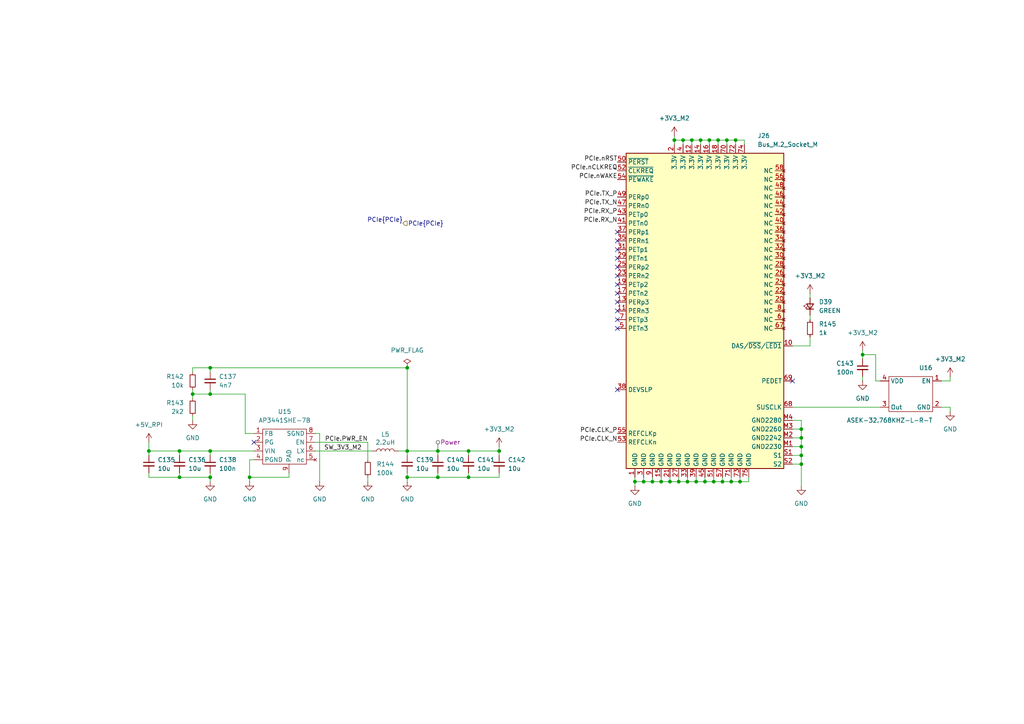
<source format=kicad_sch>
(kicad_sch (version 20250114) (generator "eeschema") (generator_version "9.0")
  (paper "A4")
  (lib_symbols
    (symbol "CM5IO:AP3441SHE-7B"
      (property "Reference" "U" (at -6.35 10.16 0))
      (property "Value" "AP3441SHE-7B" (at 0 7.62 0))
      (symbol "AP3441SHE-7B_0_1"
        (rectangle (start -6.35 6.35) (end 6.35 -3.81))
      )
      (symbol "AP3441SHE-7B_1_1"
        (pin passive line (at -8.89 5.08 0) (length 2.54) (name "FB") (number "1"))
        (pin open_collector line (at -8.89 2.54 0) (length 2.54) (name "PG") (number "2"))
        (pin power_in line (at -8.89 0 0) (length 2.54) (name "VIN") (number "3"))
        (pin power_in line (at -8.89 -2.54 0) (length 2.54) (name "PGND") (number "4"))
        (pin input line (at 1.27 -6.35 90) (length 2.54) (name "PAD") (number "9"))
        (pin power_in line (at 8.89 5.08 180) (length 2.54) (name "SGND") (number "8"))
        (pin input line (at 8.89 2.54 180) (length 2.54) (name "EN") (number "7"))
        (pin power_out line (at 8.89 0 180) (length 2.54) (name "LX") (number "6"))
        (pin no_connect line (at 8.89 -2.54 180) (length 2.54) (name "nc") (number "5"))
      )
    )
    (symbol "CM5IO:ASEK-32.768KHZ-L-R-T"
      (property "Reference" "U" (at -5.08 6.35 0))
      (property "Value" "ASEK-32.768KHZ-L-R-T" (at 0 -6.35 0))
      (symbol "ASEK-32.768KHZ-L-R-T_0_1"
        (rectangle (start -6.35 5.08) (end 6.35 -5.08))
      )
      (symbol "ASEK-32.768KHZ-L-R-T_1_1"
        (pin input line (at -8.89 3.81 0) (length 2.54) (name "EN") (number "1"))
        (pin power_in line (at -8.89 -3.81 0) (length 2.54) (name "GND") (number "2"))
        (pin power_in line (at 8.89 3.81 180) (length 2.54) (name "VDD") (number "4"))
        (pin output line (at 8.89 -3.81 180) (length 2.54) (name "Out") (number "3"))
      )
    )
    (symbol "CM5IO:Bus_M.2_Socket_M"
      (property "Reference" "J" (at -22.86 46.99 0))
      (property "Value" "Bus_M.2_Socket_M" (at 30.988 46.99 0))
      (symbol "Bus_M.2_Socket_M_0_1"
        (rectangle (start -22.86 45.72) (end 22.86 -45.72) (stroke (width 0.254)) (fill (type background)))
      )
      (symbol "Bus_M.2_Socket_M_1_1"
        (pin input line (at -25.4 43.18 0) (length 2.54) (name "~{PERST}") (number "50"))
        (pin bidirectional line (at -25.4 40.64 0) (length 2.54) (name "~{CLKREQ}") (number "52"))
        (pin bidirectional line (at -25.4 38.1 0) (length 2.54) (name "~{PEWAKE}") (number "54"))
        (pin input line (at -25.4 33.02 0) (length 2.54) (name "PERp0") (number "49"))
        (pin input line (at -25.4 30.48 0) (length 2.54) (name "PERn0") (number "47"))
        (pin output line (at -25.4 27.94 0) (length 2.54) (name "PETp0") (number "43"))
        (pin output line (at -25.4 25.4 0) (length 2.54) (name "PETn0") (number "41"))
        (pin input line (at -25.4 22.86 0) (length 2.54) (name "PERp1") (number "37"))
        (pin input line (at -25.4 20.32 0) (length 2.54) (name "PERn1") (number "35"))
        (pin output line (at -25.4 17.78 0) (length 2.54) (name "PETp1") (number "31"))
        (pin output line (at -25.4 15.24 0) (length 2.54) (name "PETn1") (number "29"))
        (pin input line (at -25.4 12.7 0) (length 2.54) (name "PERp2") (number "25"))
        (pin input line (at -25.4 10.16 0) (length 2.54) (name "PERn2") (number "23"))
        (pin output line (at -25.4 7.62 0) (length 2.54) (name "PETp2") (number "19"))
        (pin output line (at -25.4 5.08 0) (length 2.54) (name "PETn2") (number "17"))
        (pin input line (at -25.4 2.54 0) (length 2.54) (name "PERp3") (number "13"))
        (pin input line (at -25.4 0 0) (length 2.54) (name "PERn3") (number "11"))
        (pin output line (at -25.4 -2.54 0) (length 2.54) (name "PETp3") (number "7"))
        (pin output line (at -25.4 -5.08 0) (length 2.54) (name "PETn3") (number "5"))
        (pin input line (at -25.4 -22.86 0) (length 2.54) (name "DEVSLP") (number "38"))
        (pin input line (at -25.4 -35.56 0) (length 2.54) (name "REFCLKp") (number "55"))
        (pin input line (at -25.4 -38.1 0) (length 2.54) (name "REFCLKn") (number "53"))
        (pin power_in line (at -20.32 -48.26 90) (length 2.54) (name "GND") (number "1"))
        (pin power_in line (at -17.78 -48.26 90) (length 2.54) (name "GND") (number "3"))
        (pin power_in line (at -15.24 -48.26 90) (length 2.54) (name "GND") (number "9"))
        (pin power_in line (at -12.7 -48.26 90) (length 2.54) (name "GND") (number "15"))
        (pin power_in line (at -10.16 -48.26 90) (length 2.54) (name "GND") (number "21"))
        (pin power_in line (at -8.89 48.26 270) (length 2.54) (name "3.3V") (number "2"))
        (pin power_in line (at -7.62 -48.26 90) (length 2.54) (name "GND") (number "27"))
        (pin power_in line (at -6.35 48.26 270) (length 2.54) (name "3.3V") (number "4"))
        (pin power_in line (at -5.08 -48.26 90) (length 2.54) (name "GND") (number "33"))
        (pin power_in line (at -3.81 48.26 270) (length 2.54) (name "3.3V") (number "12"))
        (pin power_in line (at -2.54 -48.26 90) (length 2.54) (name "GND") (number "39"))
        (pin power_in line (at -1.27 48.26 270) (length 2.54) (name "3.3V") (number "14"))
        (pin power_in line (at 0 -48.26 90) (length 2.54) (name "GND") (number "45"))
        (pin power_in line (at 1.27 48.26 270) (length 2.54) (name "3.3V") (number "16"))
        (pin power_in line (at 2.54 -48.26 90) (length 2.54) (name "GND") (number "51"))
        (pin power_in line (at 3.81 48.26 270) (length 2.54) (name "3.3V") (number "18"))
        (pin power_in line (at 5.08 -48.26 90) (length 2.54) (name "GND") (number "57"))
        (pin power_in line (at 6.35 48.26 270) (length 2.54) (name "3.3V") (number "70"))
        (pin power_in line (at 7.62 -48.26 90) (length 2.54) (name "GND") (number "71"))
        (pin power_in line (at 8.89 48.26 270) (length 2.54) (name "3.3V") (number "72"))
        (pin power_in line (at 10.16 -48.26 90) (length 2.54) (name "GND") (number "73"))
        (pin power_in line (at 11.43 48.26 270) (length 2.54) (name "3.3V") (number "74"))
        (pin power_in line (at 12.7 -48.26 90) (length 2.54) (name "GND") (number "75"))
        (pin no_connect line (at 22.86 40.64 180) (length 2.54) (name "NC") (number "58"))
        (pin no_connect line (at 22.86 38.1 180) (length 2.54) (name "NC") (number "56"))
        (pin no_connect line (at 22.86 35.56 180) (length 2.54) (name "NC") (number "48"))
        (pin no_connect line (at 22.86 33.02 180) (length 2.54) (name "NC") (number "46"))
        (pin no_connect line (at 22.86 30.48 180) (length 2.54) (name "NC") (number "44"))
        (pin no_connect line (at 22.86 27.94 180) (length 2.54) (name "NC") (number "42"))
        (pin no_connect line (at 22.86 25.4 180) (length 2.54) (name "NC") (number "40"))
        (pin no_connect line (at 22.86 22.86 180) (length 2.54) (name "NC") (number "36"))
        (pin no_connect line (at 22.86 20.32 180) (length 2.54) (name "NC") (number "34"))
        (pin no_connect line (at 22.86 17.78 180) (length 2.54) (name "NC") (number "32"))
        (pin no_connect line (at 22.86 15.24 180) (length 2.54) (name "NC") (number "30"))
        (pin no_connect line (at 22.86 12.7 180) (length 2.54) (name "NC") (number "28"))
        (pin no_connect line (at 22.86 10.16 180) (length 2.54) (name "NC") (number "26"))
        (pin no_connect line (at 22.86 7.62 180) (length 2.54) (name "NC") (number "24"))
        (pin no_connect line (at 22.86 5.08 180) (length 2.54) (name "NC") (number "22"))
        (pin no_connect line (at 22.86 2.54 180) (length 2.54) (name "NC") (number "20"))
        (pin no_connect line (at 22.86 0 180) (length 2.54) (name "NC") (number "8"))
        (pin no_connect line (at 22.86 -2.54 180) (length 2.54) (name "NC") (number "6"))
        (pin no_connect line (at 22.86 -5.08 180) (length 2.54) (name "NC") (number "67"))
        (pin bidirectional line (at 25.4 -10.16 180) (length 2.54) (name "DAS/~{DSS}/~{LED1}") (number "10"))
        (pin passive line (at 25.4 -20.32 180) (length 2.54) (name "PEDET") (number "69"))
        (pin input line (at 25.4 -27.94 180) (length 2.54) (name "SUSCLK") (number "68"))
        (pin passive line (at 25.4 -31.75 180) (length 2.54) (name "GND2280") (number "M4"))
        (pin passive line (at 25.4 -34.29 180) (length 2.54) (name "GND2260") (number "M3"))
        (pin passive line (at 25.4 -36.83 180) (length 2.54) (name "GND2242") (number "M2"))
        (pin passive line (at 25.4 -39.37 180) (length 2.54) (name "GND2230") (number "M1"))
        (pin passive line (at 25.4 -41.91 180) (length 2.54) (name "S1") (number "S1"))
        (pin passive line (at 25.4 -44.45 180) (length 2.54) (name "S2") (number "S2"))
      )
    )
    (symbol "Device:C_Small" (pin_numbers (hide yes)) (pin_names (offset 0.254) (hide yes))
      (property "Reference" "C" (at 0.254 1.778 0))
      (property "Value" "C_Small" (at 0.254 -2.032 0))
      (symbol "C_Small_0_1"
        (polyline (pts (xy -1.524 0.508) (xy 1.524 0.508)) (stroke (width 0.3048)))
        (polyline (pts (xy -1.524 -0.508) (xy 1.524 -0.508)) (stroke (width 0.3302)))
      )
      (symbol "C_Small_1_1"
        (pin passive line (at 0 2.54 270) (length 2.032) (name "~") (number "1"))
        (pin passive line (at 0 -2.54 90) (length 2.032) (name "~") (number "2"))
      )
    )
    (symbol "Device:L" (pin_numbers (hide yes)) (pin_names (offset 1.016) (hide yes))
      (property "Reference" "L" (at -1.27 0 90))
      (property "Value" "L" (at 1.905 0 90))
      (symbol "L_0_1"
        (arc (start 0 2.54) (mid 0.6323 1.905) (end 0 1.27))
        (arc (start 0 1.27) (mid 0.6323 0.635) (end 0 0))
        (arc (start 0 0) (mid 0.6323 -0.635) (end 0 -1.27))
        (arc (start 0 -1.27) (mid 0.6323 -1.905) (end 0 -2.54))
      )
      (symbol "L_1_1"
        (pin passive line (at 0 3.81 270) (length 1.27) (name "1") (number "1"))
        (pin passive line (at 0 -3.81 90) (length 1.27) (name "2") (number "2"))
      )
    )
    (symbol "Device:R_Small" (pin_numbers (hide yes)) (pin_names (offset 0.254) (hide yes))
      (property "Reference" "R" (at 0 0 90))
      (property "Value" "R_Small" (at 1.778 0 90))
      (symbol "R_Small_0_1"
        (rectangle (start -0.762 1.778) (end 0.762 -1.778) (stroke (width 0.2032)))
      )
      (symbol "R_Small_1_1"
        (pin passive line (at 0 2.54 270) (length 0.762) (name "~") (number "1"))
        (pin passive line (at 0 -2.54 90) (length 0.762) (name "~") (number "2"))
      )
    )
    (symbol "LED_Small_2" (pin_numbers (hide yes)) (pin_names (offset 0.254) (hide yes))
      (property "Reference" "D" (at -1.27 3.175 0))
      (property "Value" "LED_Small" (at -4.445 -2.54 0))
      (symbol "LED_Small_2_0_1"
        (polyline (pts (xy -0.762 -1.016) (xy -0.762 1.016)) (stroke (width 0.254)))
        (polyline (pts (xy 0 0.762) (xy -0.508 1.27) (xy -0.254 1.27) (xy -0.508 1.27) (xy -0.508 1.016)))
        (polyline (pts (xy 0.508 1.27) (xy 0 1.778) (xy 0.254 1.778) (xy 0 1.778) (xy 0 1.524)))
        (polyline (pts (xy 0.762 -1.016) (xy -0.762 0) (xy 0.762 1.016) (xy 0.762 -1.016)) (stroke (width 0.254)))
        (polyline (pts (xy 1.016 0) (xy -0.762 0)))
      )
      (symbol "LED_Small_2_1_1"
        (pin passive line (at -2.54 0 0) (length 1.778) (name "K") (number "1"))
        (pin passive line (at 2.54 0 180) (length 1.778) (name "A") (number "2"))
      )
    )
    (symbol "power:+3V3" (power) (pin_numbers (hide yes)) (pin_names (offset 0) (hide yes))
      (property "Value" "+3V3" (at 0 3.556 0))
      (symbol "+3V3_0_1"
        (polyline (pts (xy -0.762 1.27) (xy 0 2.54)))
        (polyline (pts (xy 0 2.54) (xy 0.762 1.27)))
        (polyline (pts (xy 0 0) (xy 0 2.54)))
      )
      (symbol "+3V3_1_1"
        (pin power_in line (at 0 0 90) (length 0) (name "~") (number "1"))
      )
    )
    (symbol "power:+5V" (power) (pin_numbers (hide yes)) (pin_names (offset 0) (hide yes))
      (property "Value" "+5V" (at 0 3.556 0))
      (symbol "+5V_0_1"
        (polyline (pts (xy -0.762 1.27) (xy 0 2.54)))
        (polyline (pts (xy 0 2.54) (xy 0.762 1.27)))
        (polyline (pts (xy 0 0) (xy 0 2.54)))
      )
      (symbol "+5V_1_1"
        (pin power_in line (at 0 0 90) (length 0) (name "~") (number "1"))
      )
    )
    (symbol "power:GND" (power) (pin_numbers (hide yes)) (pin_names (offset 0) (hide yes))
      (property "Value" "GND" (at 0 -3.81 0))
      (symbol "GND_0_1"
        (polyline (pts (xy 0 0) (xy 0 -1.27) (xy 1.27 -1.27) (xy 0 -2.54) (xy -1.27 -1.27) (xy 0 -1.27)))
      )
      (symbol "GND_1_1"
        (pin power_in line (at 0 0 270) (length 0) (name "~") (number "1"))
      )
    )
    (symbol "power:PWR_FLAG" (power) (pin_numbers (hide yes)) (pin_names (offset 0) (hide yes))
      (property "Value" "PWR_FLAG" (at 0 3.81 0))
      (symbol "PWR_FLAG_0_0"
        (pin power_out line (at 0 0 90) (length 0) (name "~") (number "1"))
      )
      (symbol "PWR_FLAG_0_1"
        (polyline (pts (xy 0 0) (xy 0 1.27) (xy -1.016 1.905) (xy 0 2.54) (xy 1.016 1.905) (xy 0 1.27)))
      )
    )
  )
  (junction (at 195.58 40.64))
  (junction (at 60.96 114.3))
  (junction (at 201.93 139.7))
  (junction (at 118.11 106.68))
  (junction (at 232.41 132.08))
  (junction (at 213.36 40.64))
  (junction (at 52.07 130.81))
  (junction (at 127 130.81))
  (junction (at 199.39 139.7))
  (junction (at 200.66 40.64))
  (junction (at 212.09 139.7))
  (junction (at 232.41 134.62))
  (junction (at 214.63 139.7))
  (junction (at 72.39 138.43))
  (junction (at 250.19 102.87))
  (junction (at 196.85 139.7))
  (junction (at 209.55 139.7))
  (junction (at 210.82 40.64))
  (junction (at 118.11 138.43))
  (junction (at 232.41 127))
  (junction (at 60.96 130.81))
  (junction (at 60.96 138.43))
  (junction (at 232.41 124.46))
  (junction (at 186.69 139.7))
  (junction (at 207.01 139.7))
  (junction (at 189.23 139.7))
  (junction (at 198.12 40.64))
  (junction (at 60.96 106.68))
  (junction (at 118.11 130.81))
  (junction (at 43.18 130.81))
  (junction (at 52.07 138.43))
  (junction (at 203.2 40.64))
  (junction (at 127 138.43))
  (junction (at 135.89 130.81))
  (junction (at 194.31 139.7))
  (junction (at 208.28 40.64))
  (junction (at 204.47 139.7))
  (junction (at 144.78 130.81))
  (junction (at 191.77 139.7))
  (junction (at 55.88 114.3))
  (junction (at 184.15 139.7))
  (junction (at 205.74 40.64))
  (junction (at 135.89 138.43))
  (junction (at 232.41 129.54))
  (no_connect (at 73.66 128.27))
  (no_connect (at 179.07 87.63))
  (no_connect (at 229.87 110.49))
  (no_connect (at 179.07 69.85))
  (no_connect (at 179.07 92.71))
  (no_connect (at 179.07 113.03))
  (no_connect (at 179.07 72.39))
  (no_connect (at 179.07 90.17))
  (no_connect (at 179.07 67.31))
  (no_connect (at 179.07 77.47))
  (no_connect (at 179.07 95.25))
  (no_connect (at 179.07 85.09))
  (no_connect (at 179.07 74.93))
  (no_connect (at 179.07 82.55))
  (no_connect (at 179.07 80.01))
  (wire (pts (xy 52.07 130.81) (xy 60.96 130.81)))
  (wire (pts (xy 207.01 139.7) (xy 207.01 138.43)))
  (wire (pts (xy 184.15 139.7) (xy 186.69 139.7)))
  (wire (pts (xy 195.58 40.64) (xy 198.12 40.64)))
  (wire (pts (xy 215.9 40.64) (xy 215.9 41.91)))
  (wire (pts (xy 200.66 40.64) (xy 200.66 41.91)))
  (wire (pts (xy 135.89 137.16) (xy 135.89 138.43)))
  (wire (pts (xy 209.55 139.7) (xy 212.09 139.7)))
  (wire (pts (xy 214.63 139.7) (xy 217.17 139.7)))
  (wire (pts (xy 209.55 139.7) (xy 209.55 138.43)))
  (wire (pts (xy 229.87 118.11) (xy 255.27 118.11)))
  (wire (pts (xy 186.69 139.7) (xy 186.69 138.43)))
  (wire (pts (xy 144.78 130.81) (xy 144.78 132.08)))
  (wire (pts (xy 200.66 40.64) (xy 203.2 40.64)))
  (wire (pts (xy 92.71 125.73) (xy 92.71 139.7)))
  (wire (pts (xy 43.18 130.81) (xy 52.07 130.81)))
  (wire (pts (xy 229.87 127) (xy 232.41 127)))
  (wire (pts (xy 229.87 121.92) (xy 232.41 121.92)))
  (wire (pts (xy 135.89 130.81) (xy 144.78 130.81)))
  (wire (pts (xy 217.17 139.7) (xy 217.17 138.43)))
  (wire (pts (xy 118.11 138.43) (xy 127 138.43)))
  (wire (pts (xy 60.96 130.81) (xy 73.66 130.81)))
  (wire (pts (xy 189.23 139.7) (xy 189.23 138.43)))
  (wire (pts (xy 232.41 129.54) (xy 232.41 132.08)))
  (wire (pts (xy 118.11 130.81) (xy 118.11 132.08)))
  (wire (pts (xy 198.12 40.64) (xy 200.66 40.64)))
  (wire (pts (xy 55.88 114.3) (xy 60.96 114.3)))
  (wire (pts (xy 60.96 137.16) (xy 60.96 138.43)))
  (wire (pts (xy 118.11 137.16) (xy 118.11 138.43)))
  (wire (pts (xy 73.66 133.35) (xy 72.39 133.35)))
  (wire (pts (xy 250.19 109.22) (xy 250.19 110.49)))
  (wire (pts (xy 255.27 110.49) (xy 254 110.49)))
  (wire (pts (xy 210.82 40.64) (xy 210.82 41.91)))
  (wire (pts (xy 127 137.16) (xy 127 138.43)))
  (wire (pts (xy 207.01 139.7) (xy 209.55 139.7)))
  (wire (pts (xy 212.09 139.7) (xy 214.63 139.7)))
  (wire (pts (xy 195.58 40.64) (xy 195.58 41.91)))
  (wire (pts (xy 232.41 132.08) (xy 232.41 134.62)))
  (wire (pts (xy 91.44 130.81) (xy 107.95 130.81)))
  (wire (pts (xy 71.12 125.73) (xy 71.12 114.3)))
  (wire (pts (xy 127 130.81) (xy 135.89 130.81)))
  (wire (pts (xy 205.74 40.64) (xy 205.74 41.91)))
  (wire (pts (xy 232.41 127) (xy 232.41 129.54)))
  (wire (pts (xy 127 130.81) (xy 127 132.08)))
  (wire (pts (xy 204.47 139.7) (xy 207.01 139.7)))
  (wire (pts (xy 234.95 85.09) (xy 234.95 86.36)))
  (wire (pts (xy 60.96 113.03) (xy 60.96 114.3)))
  (wire (pts (xy 191.77 139.7) (xy 191.77 138.43)))
  (wire (pts (xy 73.66 125.73) (xy 71.12 125.73)))
  (wire (pts (xy 229.87 134.62) (xy 232.41 134.62)))
  (wire (pts (xy 208.28 40.64) (xy 208.28 41.91)))
  (wire (pts (xy 195.58 39.37) (xy 195.58 40.64)))
  (wire (pts (xy 232.41 124.46) (xy 232.41 127)))
  (wire (pts (xy 55.88 114.3) (xy 55.88 115.57)))
  (wire (pts (xy 43.18 138.43) (xy 52.07 138.43)))
  (wire (pts (xy 52.07 138.43) (xy 60.96 138.43)))
  (wire (pts (xy 144.78 137.16) (xy 144.78 138.43)))
  (wire (pts (xy 205.74 40.64) (xy 208.28 40.64)))
  (wire (pts (xy 72.39 133.35) (xy 72.39 138.43)))
  (wire (pts (xy 213.36 40.64) (xy 215.9 40.64)))
  (wire (pts (xy 275.59 109.22) (xy 275.59 110.49)))
  (wire (pts (xy 91.44 125.73) (xy 92.71 125.73)))
  (wire (pts (xy 275.59 110.49) (xy 273.05 110.49)))
  (wire (pts (xy 204.47 139.7) (xy 204.47 138.43)))
  (wire (pts (xy 213.36 40.64) (xy 213.36 41.91)))
  (wire (pts (xy 91.44 128.27) (xy 106.68 128.27)))
  (wire (pts (xy 208.28 40.64) (xy 210.82 40.64)))
  (wire (pts (xy 106.68 138.43) (xy 106.68 139.7)))
  (wire (pts (xy 254 102.87) (xy 250.19 102.87)))
  (wire (pts (xy 254 110.49) (xy 254 102.87)))
  (wire (pts (xy 199.39 139.7) (xy 199.39 138.43)))
  (wire (pts (xy 184.15 139.7) (xy 184.15 138.43)))
  (wire (pts (xy 214.63 139.7) (xy 214.63 138.43)))
  (wire (pts (xy 60.96 106.68) (xy 118.11 106.68)))
  (wire (pts (xy 55.88 107.95) (xy 55.88 106.68)))
  (wire (pts (xy 210.82 40.64) (xy 213.36 40.64)))
  (wire (pts (xy 201.93 139.7) (xy 204.47 139.7)))
  (wire (pts (xy 234.95 100.33) (xy 234.95 97.79)))
  (wire (pts (xy 232.41 134.62) (xy 232.41 140.97)))
  (wire (pts (xy 60.96 107.95) (xy 60.96 106.68)))
  (wire (pts (xy 229.87 124.46) (xy 232.41 124.46)))
  (wire (pts (xy 55.88 106.68) (xy 60.96 106.68)))
  (wire (pts (xy 232.41 121.92) (xy 232.41 124.46)))
  (wire (pts (xy 144.78 129.54) (xy 144.78 130.81)))
  (wire (pts (xy 229.87 100.33) (xy 234.95 100.33)))
  (wire (pts (xy 118.11 130.81) (xy 127 130.81)))
  (wire (pts (xy 135.89 130.81) (xy 135.89 132.08)))
  (wire (pts (xy 43.18 137.16) (xy 43.18 138.43)))
  (wire (pts (xy 250.19 101.6) (xy 250.19 102.87)))
  (wire (pts (xy 196.85 139.7) (xy 199.39 139.7)))
  (wire (pts (xy 199.39 139.7) (xy 201.93 139.7)))
  (wire (pts (xy 203.2 40.64) (xy 203.2 41.91)))
  (wire (pts (xy 234.95 91.44) (xy 234.95 92.71)))
  (wire (pts (xy 275.59 118.11) (xy 275.59 119.38)))
  (wire (pts (xy 186.69 139.7) (xy 189.23 139.7)))
  (wire (pts (xy 55.88 113.03) (xy 55.88 114.3)))
  (wire (pts (xy 115.57 130.81) (xy 118.11 130.81)))
  (wire (pts (xy 273.05 118.11) (xy 275.59 118.11)))
  (wire (pts (xy 52.07 137.16) (xy 52.07 138.43)))
  (wire (pts (xy 60.96 130.81) (xy 60.96 132.08)))
  (wire (pts (xy 83.82 137.16) (xy 83.82 138.43)))
  (wire (pts (xy 194.31 139.7) (xy 194.31 138.43)))
  (wire (pts (xy 71.12 114.3) (xy 60.96 114.3)))
  (wire (pts (xy 250.19 102.87) (xy 250.19 104.14)))
  (wire (pts (xy 212.09 139.7) (xy 212.09 138.43)))
  (wire (pts (xy 184.15 140.97) (xy 184.15 139.7)))
  (wire (pts (xy 229.87 132.08) (xy 232.41 132.08)))
  (wire (pts (xy 55.88 120.65) (xy 55.88 121.92)))
  (wire (pts (xy 118.11 138.43) (xy 118.11 139.7)))
  (wire (pts (xy 43.18 132.08) (xy 43.18 130.81)))
  (wire (pts (xy 106.68 128.27) (xy 106.68 133.35)))
  (wire (pts (xy 60.96 138.43) (xy 60.96 139.7)))
  (wire (pts (xy 198.12 40.64) (xy 198.12 41.91)))
  (wire (pts (xy 135.89 138.43) (xy 144.78 138.43)))
  (wire (pts (xy 52.07 130.81) (xy 52.07 132.08)))
  (wire (pts (xy 191.77 139.7) (xy 194.31 139.7)))
  (wire (pts (xy 196.85 139.7) (xy 196.85 138.43)))
  (wire (pts (xy 127 138.43) (xy 135.89 138.43)))
  (wire (pts (xy 189.23 139.7) (xy 191.77 139.7)))
  (wire (pts (xy 194.31 139.7) (xy 196.85 139.7)))
  (wire (pts (xy 72.39 138.43) (xy 72.39 139.7)))
  (wire (pts (xy 229.87 129.54) (xy 232.41 129.54)))
  (wire (pts (xy 118.11 106.68) (xy 118.11 130.81)))
  (wire (pts (xy 203.2 40.64) (xy 205.74 40.64)))
  (wire (pts (xy 201.93 139.7) (xy 201.93 138.43)))
  (wire (pts (xy 43.18 128.27) (xy 43.18 130.81)))
  (wire (pts (xy 72.39 138.43) (xy 83.82 138.43)))
  (label "PCIe.nCLKREQ" (at 179.07 49.53 180))
  (label "PCIe.nRST" (at 179.07 46.99 180))
  (label "PCIe{PCIe}" (at 116.84 64.77 180))
  (label "PCIe.PWR_EN" (at 106.68 128.27 180))
  (label "PCIe.TX_P" (at 179.07 57.15 180))
  (label "PCIe.CLK_N" (at 179.07 128.27 180))
  (label "SW_3V3_M2" (at 93.98 130.81 0))
  (label "PCIe.nWAKE" (at 179.07 52.07 180))
  (label "PCIe.RX_P" (at 179.07 62.23 180))
  (label "PCIe.RX_N" (at 179.07 64.77 180))
  (label "PCIe.TX_N" (at 179.07 59.69 180))
  (label "PCIe.CLK_P" (at 179.07 125.73 180))
  (hierarchical_label "PCIe{PCIe}" (shape input) (at 116.84 64.77 0))
  (netclass_flag "" (length 2.54) (shape round) (at 127 130.81 0) (property "Netclass" "Power" (at 127.6985 128.27 0) (effects (justify left))))
  (symbol (lib_id "power:+3V3") (at 144.78 129.54 0) (unit 1)
    (property "Reference" "#PWR0244" (effects (hide yes)))
    (property "Value" "+3V3_M2" (at 144.78 124.46 0))
    (property "Description" "Power symbol creates a global label with name \"+3V3\"" (effects (hide yes)))
  )
  (symbol (lib_id "CM5IO:AP3441SHE-7B") (at 82.55 130.81 0) (unit 1)
    (property "Reference" "U15" (at 82.55 119.38 0))
    (property "Value" "AP3441SHE-7B" (at 82.55 121.92 0))
    (property "Footprint" "Package_DFN_QFN:DFN-8-1EP_2x2mm_P0.5mm_EP1.05x1.75mm" (effects (hide yes)))
    (property "Datasheet" "https://www.diodes.com/assets/Datasheets/AP3441-L.pdf" (effects (hide yes)))
  )
  (symbol (lib_id "power:+3V3") (at 234.95 85.09 0) (unit 1)
    (property "Reference" "#PWR0248" (effects (hide yes)))
    (property "Value" "+3V3_M2" (at 234.95 80.01 0))
    (property "Description" "Power symbol creates a global label with name \"+3V3\"" (effects (hide yes)))
  )
  (symbol (lib_id "Device:R_Small") (at 55.88 118.11 0) (mirror y) (unit 1)
    (property "Reference" "R143" (at 53.34 116.8399 0) (effects (justify left)))
    (property "Value" "2k2" (at 53.34 119.3799 0) (effects (justify left)))
    (property "Footprint" "Resistor_SMD:R_0402_1005Metric" (effects (hide yes)))
    (property "Description" "Resistor, small symbol" (effects (hide yes)))
  )
  (symbol (lib_id "power:PWR_FLAG") (at 118.11 106.68 0) (unit 1)
    (property "Reference" "#FLG02" (effects (hide yes)))
    (property "Value" "PWR_FLAG" (at 118.11 101.6 0))
    (property "Description" "Special symbol for telling ERC where power comes from" (effects (hide yes)))
  )
  (symbol (lib_id "CM5IO:ASEK-32.768KHZ-L-R-T") (at 264.16 114.3 0) (mirror y) (unit 1)
    (property "Reference" "U16" (at 270.51 106.68 0) (effects (justify left)))
    (property "Value" "ASEK-32.768KHZ-L-R-T" (at 270.51 121.92 0) (effects (justify left)))
    (property "Footprint" "Crystal:Crystal_SMD_3225-4Pin_3.2x2.5mm" (effects (hide yes)))
    (property "Datasheet" "https://abracon.com/Oscillators/ASEK.pdf" (effects (hide yes)))
    (property "Field5" "ASEK-32.768KHZ-L-R-T" (effects (hide yes)))
    (property "Field6" "ASEK-32.768KHZ-L-R-T" (effects (hide yes)))
    (property "Field7" "abracon" (effects (hide yes)))
    (property "Part Description" "32KHz Xtal oscilator" (effects (hide yes)))
  )
  (symbol (lib_id "power:GND") (at 250.19 110.49 0) (unit 1)
    (property "Reference" "#PWR0250" (effects (hide yes)))
    (property "Value" "GND" (at 250.19 115.57 0))
    (property "Description" "Power symbol creates a global label with name \"GND\" , ground" (effects (hide yes)))
  )
  (symbol (lib_id "power:GND") (at 118.11 139.7 0) (unit 1)
    (property "Reference" "#PWR0243" (effects (hide yes)))
    (property "Value" "GND" (at 118.11 144.78 0))
    (property "Description" "Power symbol creates a global label with name \"GND\" , ground" (effects (hide yes)))
  )
  (symbol (lib_id "Device:C_Small") (at 60.96 134.62 0) (unit 1)
    (property "Reference" "C138" (at 63.5 133.3562 0) (effects (justify left)))
    (property "Value" "100n" (at 63.5 135.8962 0) (effects (justify left)))
    (property "Footprint" "Capacitor_SMD:C_0402_1005Metric" (effects (hide yes)))
    (property "Description" "Unpolarized capacitor, small symbol" (effects (hide yes)))
  )
  (symbol (lib_id "power:GND") (at 106.68 139.7 0) (unit 1)
    (property "Reference" "#PWR0242" (effects (hide yes)))
    (property "Value" "GND" (at 106.68 144.78 0))
    (property "Description" "Power symbol creates a global label with name \"GND\" , ground" (effects (hide yes)))
  )
  (symbol (lib_id "power:+3V3") (at 250.19 101.6 0) (unit 1)
    (property "Reference" "#PWR0249" (effects (hide yes)))
    (property "Value" "+3V3_M2" (at 250.19 96.52 0))
    (property "Description" "Power symbol creates a global label with name \"+3V3\"" (effects (hide yes)))
  )
  (symbol (lib_id "Device:R_Small") (at 234.95 95.25 0) (unit 1)
    (property "Reference" "R145" (at 237.49 93.9799 0) (effects (justify left)))
    (property "Value" "1k" (at 237.49 96.5199 0) (effects (justify left)))
    (property "Footprint" "Resistor_SMD:R_0402_1005Metric" (effects (hide yes)))
    (property "Description" "Resistor, small symbol" (effects (hide yes)))
  )
  (symbol (lib_id "power:GND") (at 55.88 121.92 0) (unit 1)
    (property "Reference" "#PWR0238" (effects (hide yes)))
    (property "Value" "GND" (at 55.88 127 0))
    (property "Description" "Power symbol creates a global label with name \"GND\" , ground" (effects (hide yes)))
  )
  (symbol (lib_id "Device:R_Small") (at 55.88 110.49 0) (mirror y) (unit 1)
    (property "Reference" "R142" (at 53.34 109.2199 0) (effects (justify left)))
    (property "Value" "10k" (at 53.34 111.7599 0) (effects (justify left)))
    (property "Footprint" "Resistor_SMD:R_0402_1005Metric" (effects (hide yes)))
    (property "Description" "Resistor, small symbol" (effects (hide yes)))
  )
  (symbol (lib_id "Device:L") (at 111.76 130.81 90) (unit 1)
    (property "Reference" "L5" (at 111.76 125.984 90))
    (property "Value" "2.2uH" (at 111.76 128.2954 90))
    (property "Footprint" "CM5IO:L_Bourns_SRP5030CC" (effects (hide yes)))
    (property "Datasheet" "https://www.bourns.com/docs/product-datasheets/srp5030cc.pdf" (effects (hide yes)))
    (property "Field6" "SRP5030CC-2R2M" (effects (hide yes)))
    (property "Field7" "Bourns" (effects (hide yes)))
    (property "Part Description" "Inductor, SMT, 2520, 2u2, IRMS=7A, ISAT=8A, DCR=0.032R" (effects (hide yes)))
    (property "Field5" "SRP5030CC-2R2M" (effects (hide yes)))
  )
  (symbol (lib_id "power:GND") (at 275.59 119.38 0) (unit 1)
    (property "Reference" "#PWR0252" (effects (hide yes)))
    (property "Value" "GND" (at 275.59 124.46 0))
    (property "Description" "Power symbol creates a global label with name \"GND\" , ground" (effects (hide yes)))
  )
  (symbol (lib_id "Device:C_Small") (at 127 134.62 0) (unit 1)
    (property "Reference" "C140" (at 129.54 133.3562 0) (effects (justify left)))
    (property "Value" "10u" (at 129.54 135.8962 0) (effects (justify left)))
    (property "Footprint" "Capacitor_SMD:C_0603_1608Metric" (effects (hide yes)))
    (property "Description" "Unpolarized capacitor, small symbol" (effects (hide yes)))
  )
  (symbol (lib_id "CM5IO:Bus_M.2_Socket_M") (at 204.47 90.17 0) (unit 1)
    (property "Reference" "J26" (at 219.71 39.37 0) (effects (justify left)))
    (property "Value" "Bus_M.2_Socket_M" (at 219.71 41.91 0) (effects (justify left)))
    (property "Footprint" "CM5IO:M.2 M Key socket" (effects (hide yes)))
    (property "Description" "M.2 Socket 3 Mechanical Key M" (effects (hide yes)))
    (property "Field5" "MTSSD03-67MSW337" (effects (hide yes)))
    (property "Field6" "MTSSD03-67MSW337" (effects (hide yes)))
    (property "Field7" "MTCONN" (effects (hide yes)))
    (property "Part Description" "M.2 M Key connector" (effects (hide yes)))
  )
  (symbol (lib_id "Device:C_Small") (at 43.18 134.62 0) (unit 1)
    (property "Reference" "C135" (at 45.72 133.3562 0) (effects (justify left)))
    (property "Value" "10u" (at 45.72 135.8962 0) (effects (justify left)))
    (property "Footprint" "Capacitor_SMD:C_0603_1608Metric" (effects (hide yes)))
    (property "Description" "Unpolarized capacitor, small symbol" (effects (hide yes)))
  )
  (symbol (lib_id "power:GND") (at 232.41 140.97 0) (unit 1)
    (property "Reference" "#PWR0247" (effects (hide yes)))
    (property "Value" "GND" (at 232.41 146.05 0))
    (property "Description" "Power symbol creates a global label with name \"GND\" , ground" (effects (hide yes)))
  )
  (symbol (lib_id "Device:C_Small") (at 52.07 134.62 0) (unit 1)
    (property "Reference" "C136" (at 54.61 133.3562 0) (effects (justify left)))
    (property "Value" "10u" (at 54.61 135.8962 0) (effects (justify left)))
    (property "Footprint" "Capacitor_SMD:C_0603_1608Metric" (effects (hide yes)))
    (property "Description" "Unpolarized capacitor, small symbol" (effects (hide yes)))
  )
  (symbol (lib_id "Device:C_Small") (at 144.78 134.62 0) (unit 1)
    (property "Reference" "C142" (at 147.32 133.3562 0) (effects (justify left)))
    (property "Value" "10u" (at 147.32 135.8962 0) (effects (justify left)))
    (property "Footprint" "Capacitor_SMD:C_0603_1608Metric" (effects (hide yes)))
    (property "Description" "Unpolarized capacitor, small symbol" (effects (hide yes)))
  )
  (symbol (lib_id "Device:C_Small") (at 250.19 106.68 0) (mirror y) (unit 1)
    (property "Reference" "C143" (at 247.65 105.4162 0) (effects (justify left)))
    (property "Value" "100n" (at 247.65 107.9562 0) (effects (justify left)))
    (property "Footprint" "Capacitor_SMD:C_0402_1005Metric" (effects (hide yes)))
    (property "Description" "Unpolarized capacitor, small symbol" (effects (hide yes)))
  )
  (symbol (lib_id "Device:C_Small") (at 118.11 134.62 0) (unit 1)
    (property "Reference" "C139" (at 120.65 133.3562 0) (effects (justify left)))
    (property "Value" "10u" (at 120.65 135.8962 0) (effects (justify left)))
    (property "Footprint" "Capacitor_SMD:C_0603_1608Metric" (effects (hide yes)))
    (property "Description" "Unpolarized capacitor, small symbol" (effects (hide yes)))
  )
  (symbol (lib_id "power:+3V3") (at 275.59 109.22 0) (unit 1)
    (property "Reference" "#PWR0251" (effects (hide yes)))
    (property "Value" "+3V3_M2" (at 275.59 104.14 0))
    (property "Description" "Power symbol creates a global label with name \"+3V3\"" (effects (hide yes)))
  )
  (symbol (lib_id "power:+5V") (at 43.18 128.27 0) (unit 1)
    (property "Reference" "#PWR0237" (effects (hide yes)))
    (property "Value" "+5V_RPI" (at 43.18 123.19 0))
    (property "Description" "Power symbol creates a global label with name \"+5V\"" (effects (hide yes)))
  )
  (symbol (lib_id "Device:C_Small") (at 60.96 110.49 0) (mirror y) (unit 1)
    (property "Reference" "C137" (at 63.5 109.2262 0) (effects (justify right)))
    (property "Value" "4n7" (at 63.5 111.7662 0) (effects (justify right)))
    (property "Footprint" "Capacitor_SMD:C_0402_1005Metric" (effects (hide yes)))
    (property "Description" "Unpolarized capacitor, small symbol" (effects (hide yes)))
  )
  (symbol (lib_id "power:GND") (at 60.96 139.7 0) (unit 1)
    (property "Reference" "#PWR0239" (effects (hide yes)))
    (property "Value" "GND" (at 60.96 144.78 0))
    (property "Description" "Power symbol creates a global label with name \"GND\" , ground" (effects (hide yes)))
  )
  (symbol (lib_id "power:+3V3") (at 195.58 39.37 0) (unit 1)
    (property "Reference" "#PWR0246" (effects (hide yes)))
    (property "Value" "+3V3_M2" (at 195.58 34.29 0))
    (property "Description" "Power symbol creates a global label with name \"+3V3\"" (effects (hide yes)))
  )
  (symbol (lib_id "power:GND") (at 72.39 139.7 0) (unit 1)
    (property "Reference" "#PWR0240" (effects (hide yes)))
    (property "Value" "GND" (at 72.39 144.78 0))
    (property "Description" "Power symbol creates a global label with name \"GND\" , ground" (effects (hide yes)))
  )
  (symbol (lib_id "Device:C_Small") (at 135.89 134.62 0) (unit 1)
    (property "Reference" "C141" (at 138.43 133.3562 0) (effects (justify left)))
    (property "Value" "10u" (at 138.43 135.8962 0) (effects (justify left)))
    (property "Footprint" "Capacitor_SMD:C_0603_1608Metric" (effects (hide yes)))
    (property "Description" "Unpolarized capacitor, small symbol" (effects (hide yes)))
  )
  (symbol (lib_name "LED_Small_2") (lib_id "Device:LED_Small") (at 234.95 88.9 90) (unit 1)
    (property "Reference" "D39" (at 237.49 87.5664 90) (effects (justify right)))
    (property "Value" "GREEN" (at 237.49 90.1064 90) (effects (justify right)))
    (property "Footprint" "LED_SMD:LED_0603_1608Metric" (effects (hide yes)))
    (property "Description" "Light emitting diode, small symbol" (effects (hide yes)))
  )
  (symbol (lib_id "Device:R_Small") (at 106.68 135.89 0) (unit 1)
    (property "Reference" "R144" (at 109.22 134.6199 0) (effects (justify left)))
    (property "Value" "100k" (at 109.22 137.1599 0) (effects (justify left)))
    (property "Footprint" "Resistor_SMD:R_0402_1005Metric" (effects (hide yes)))
    (property "Description" "Resistor, small symbol" (effects (hide yes)))
  )
  (symbol (lib_id "power:GND") (at 184.15 140.97 0) (unit 1)
    (property "Reference" "#PWR0245" (effects (hide yes)))
    (property "Value" "GND" (at 184.15 146.05 0))
    (property "Description" "Power symbol creates a global label with name \"GND\" , ground" (effects (hide yes)))
  )
  (symbol (lib_id "power:GND") (at 92.71 139.7 0) (unit 1)
    (property "Reference" "#PWR0241" (effects (hide yes)))
    (property "Value" "GND" (at 92.71 144.78 0))
    (property "Description" "Power symbol creates a global label with name \"GND\" , ground" (effects (hide yes)))
  )
)
</source>
